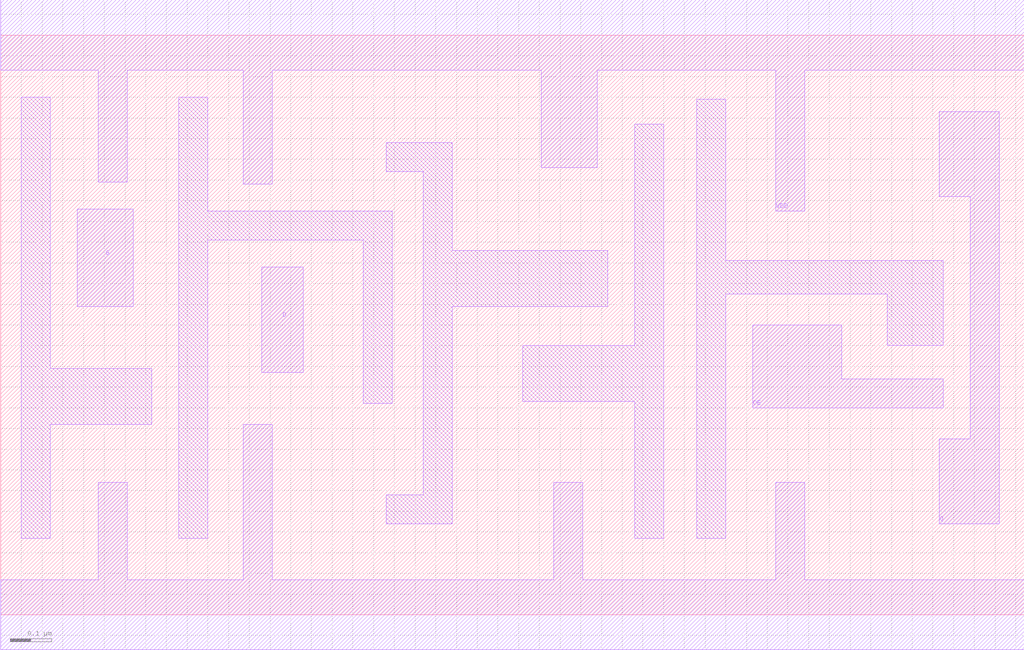
<source format=lef>
# 
# ******************************************************************************
# *                                                                            *
# *                   Copyright (C) 2004-2010, Nangate Inc.                    *
# *                           All rights reserved.                             *
# *                                                                            *
# * Nangate and the Nangate logo are trademarks of Nangate Inc.                *
# *                                                                            *
# * All trademarks, logos, software marks, and trade names (collectively the   *
# * "Marks") in this program are proprietary to Nangate or other respective    *
# * owners that have granted Nangate the right and license to use such Marks.  *
# * You are not permitted to use the Marks without the prior written consent   *
# * of Nangate or such third party that may own the Marks.                     *
# *                                                                            *
# * This file has been provided pursuant to a License Agreement containing     *
# * restrictions on its use. This file contains valuable trade secrets and     *
# * proprietary information of Nangate Inc., and is protected by U.S. and      *
# * international laws and/or treaties.                                        *
# *                                                                            *
# * The copyright notice(s) in this file does not indicate actual or intended  *
# * publication of this file.                                                  *
# *                                                                            *
# *     NGLibraryCreator, v2010.08-HR32-SP3-2010-08-05 - build 1009061800      *
# *                                                                            *
# ******************************************************************************
# 
# 
# Running on brazil06.nangate.com.br for user Giancarlo Franciscatto (gfr).
# Local time is now Fri, 3 Dec 2010, 19:32:18.
# Main process id is 27821.

VERSION 5.6 ;
BUSBITCHARS "[]" ;
DIVIDERCHAR "/" ;

MACRO TLAT_X1
  CLASS core ;
  FOREIGN TLAT_X1 0.0 0.0 ;
  ORIGIN 0 0 ;
  SYMMETRY X Y ;
  SITE FreePDK45_38x28_10R_NP_162NW_34O ;
  SIZE 2.47 BY 1.4 ;
  PIN D
    DIRECTION INPUT ;
    ANTENNAPARTIALMETALAREA 0.0255 LAYER metal1 ;
    ANTENNAPARTIALMETALSIDEAREA 0.0923 LAYER metal1 ;
    ANTENNAGATEAREA 0.03475 ;
    PORT
      LAYER metal1 ;
        POLYGON 0.63 0.585 0.73 0.585 0.73 0.84 0.63 0.84  ;
    END
  END D
  PIN G
    DIRECTION INPUT ;
    ANTENNAPARTIALMETALAREA 0.031725 LAYER metal1 ;
    ANTENNAPARTIALMETALSIDEAREA 0.0962 LAYER metal1 ;
    ANTENNAGATEAREA 0.02625 ;
    PORT
      LAYER metal1 ;
        POLYGON 0.185 0.745 0.32 0.745 0.32 0.98 0.185 0.98  ;
    END
  END G
  PIN OE
    DIRECTION INPUT ;
    ANTENNAPARTIALMETALAREA 0.06015 LAYER metal1 ;
    ANTENNAPARTIALMETALSIDEAREA 0.1716 LAYER metal1 ;
    ANTENNAGATEAREA 0.044 ;
    PORT
      LAYER metal1 ;
        POLYGON 1.815 0.5 2.275 0.5 2.275 0.57 2.03 0.57 2.03 0.7 1.815 0.7  ;
    END
  END OE
  PIN Q
    DIRECTION OUTPUT ;
    ANTENNAPARTIALMETALAREA 0.1004 LAYER metal1 ;
    ANTENNAPARTIALMETALSIDEAREA 0.3159 LAYER metal1 ;
    ANTENNADIFFAREA 0.111875 ;
    PORT
      LAYER metal1 ;
        POLYGON 2.265 1.01 2.275 1.01 2.34 1.01 2.34 0.425 2.265 0.425 2.265 0.22 2.41 0.22 2.41 1.215 2.275 1.215 2.265 1.215  ;
    END
  END Q
  PIN VDD
    DIRECTION INOUT ;
    USE power ;
    SHAPE ABUTMENT ;
    PORT
      LAYER metal1 ;
        POLYGON 0 1.315 0.235 1.315 0.235 1.045 0.305 1.045 0.305 1.315 0.365 1.315 0.585 1.315 0.585 1.04 0.655 1.04 0.655 1.315 1.305 1.315 1.305 1.08 1.44 1.08 1.44 1.315 1.465 1.315 1.6 1.315 1.87 1.315 1.87 0.975 1.94 0.975 1.94 1.315 2.275 1.315 2.47 1.315 2.47 1.485 2.275 1.485 1.6 1.485 1.465 1.485 0.365 1.485 0 1.485  ;
    END
  END VDD
  PIN VSS
    DIRECTION INOUT ;
    USE ground ;
    SHAPE ABUTMENT ;
    PORT
      LAYER metal1 ;
        POLYGON 0 -0.085 2.47 -0.085 2.47 0.085 1.94 0.085 1.94 0.32 1.87 0.32 1.87 0.085 1.405 0.085 1.405 0.32 1.335 0.32 1.335 0.085 0.655 0.085 0.655 0.46 0.585 0.46 0.585 0.085 0.305 0.085 0.305 0.32 0.235 0.32 0.235 0.085 0 0.085  ;
    END
  END VSS
  OBS
      LAYER metal1 ;
        POLYGON 0.05 0.185 0.12 0.185 0.12 0.46 0.365 0.46 0.365 0.595 0.12 0.595 0.12 1.25 0.05 1.25  ;
        POLYGON 0.43 0.185 0.5 0.185 0.5 0.905 0.875 0.905 0.875 0.51 0.945 0.51 0.945 0.975 0.5 0.975 0.5 1.25 0.43 1.25  ;
        POLYGON 0.93 1.07 1.02 1.07 1.02 0.29 0.93 0.29 0.93 0.22 1.09 0.22 1.09 0.745 1.465 0.745 1.465 0.88 1.09 0.88 1.09 1.14 0.93 1.14  ;
        POLYGON 1.26 0.515 1.53 0.515 1.53 0.185 1.6 0.185 1.6 1.185 1.53 1.185 1.53 0.65 1.26 0.65  ;
        POLYGON 1.68 0.185 1.75 0.185 1.75 0.775 2.14 0.775 2.14 0.65 2.275 0.65 2.275 0.855 1.75 0.855 1.75 1.245 1.68 1.245  ;
  END
END TLAT_X1

END LIBRARY
#
# End of file
#

</source>
